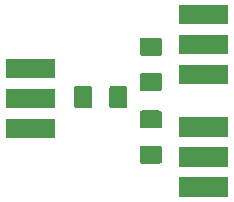
<source format=gts>
G04 #@! TF.GenerationSoftware,KiCad,Pcbnew,5.0.1*
G04 #@! TF.CreationDate,2018-12-27T15:12:00+01:00*
G04 #@! TF.ProjectId,6dBSplitter,36644253706C69747465722E6B696361,rev?*
G04 #@! TF.SameCoordinates,Original*
G04 #@! TF.FileFunction,Soldermask,Top*
G04 #@! TF.FilePolarity,Negative*
%FSLAX46Y46*%
G04 Gerber Fmt 4.6, Leading zero omitted, Abs format (unit mm)*
G04 Created by KiCad (PCBNEW 5.0.1) date Do 27 Dez 2018 15:12:00 CET*
%MOMM*%
%LPD*%
G01*
G04 APERTURE LIST*
%ADD10C,0.100000*%
G04 APERTURE END LIST*
D10*
G36*
X130988000Y-105588000D02*
X126822000Y-105588000D01*
X126822000Y-103962000D01*
X130988000Y-103962000D01*
X130988000Y-105588000D01*
X130988000Y-105588000D01*
G37*
G36*
X130988000Y-103048000D02*
X126822000Y-103048000D01*
X126822000Y-101422000D01*
X130988000Y-101422000D01*
X130988000Y-103048000D01*
X130988000Y-103048000D01*
G37*
G36*
X125235562Y-101275681D02*
X125270477Y-101286273D01*
X125302665Y-101303478D01*
X125330873Y-101326627D01*
X125354022Y-101354835D01*
X125371227Y-101387023D01*
X125381819Y-101421938D01*
X125386000Y-101464395D01*
X125386000Y-102605605D01*
X125381819Y-102648062D01*
X125371227Y-102682977D01*
X125354022Y-102715165D01*
X125330873Y-102743373D01*
X125302665Y-102766522D01*
X125270477Y-102783727D01*
X125235562Y-102794319D01*
X125193105Y-102798500D01*
X123726895Y-102798500D01*
X123684438Y-102794319D01*
X123649523Y-102783727D01*
X123617335Y-102766522D01*
X123589127Y-102743373D01*
X123565978Y-102715165D01*
X123548773Y-102682977D01*
X123538181Y-102648062D01*
X123534000Y-102605605D01*
X123534000Y-101464395D01*
X123538181Y-101421938D01*
X123548773Y-101387023D01*
X123565978Y-101354835D01*
X123589127Y-101326627D01*
X123617335Y-101303478D01*
X123649523Y-101286273D01*
X123684438Y-101275681D01*
X123726895Y-101271500D01*
X125193105Y-101271500D01*
X125235562Y-101275681D01*
X125235562Y-101275681D01*
G37*
G36*
X116383000Y-100635000D02*
X112217000Y-100635000D01*
X112217000Y-99009000D01*
X116383000Y-99009000D01*
X116383000Y-100635000D01*
X116383000Y-100635000D01*
G37*
G36*
X130988000Y-100508000D02*
X126822000Y-100508000D01*
X126822000Y-98882000D01*
X130988000Y-98882000D01*
X130988000Y-100508000D01*
X130988000Y-100508000D01*
G37*
G36*
X125235562Y-98300681D02*
X125270477Y-98311273D01*
X125302665Y-98328478D01*
X125330873Y-98351627D01*
X125354022Y-98379835D01*
X125371227Y-98412023D01*
X125381819Y-98446938D01*
X125386000Y-98489395D01*
X125386000Y-99630605D01*
X125381819Y-99673062D01*
X125371227Y-99707977D01*
X125354022Y-99740165D01*
X125330873Y-99768373D01*
X125302665Y-99791522D01*
X125270477Y-99808727D01*
X125235562Y-99819319D01*
X125193105Y-99823500D01*
X123726895Y-99823500D01*
X123684438Y-99819319D01*
X123649523Y-99808727D01*
X123617335Y-99791522D01*
X123589127Y-99768373D01*
X123565978Y-99740165D01*
X123548773Y-99707977D01*
X123538181Y-99673062D01*
X123534000Y-99630605D01*
X123534000Y-98489395D01*
X123538181Y-98446938D01*
X123548773Y-98412023D01*
X123565978Y-98379835D01*
X123589127Y-98351627D01*
X123617335Y-98328478D01*
X123649523Y-98311273D01*
X123684438Y-98300681D01*
X123726895Y-98296500D01*
X125193105Y-98296500D01*
X125235562Y-98300681D01*
X125235562Y-98300681D01*
G37*
G36*
X116383000Y-98095000D02*
X112217000Y-98095000D01*
X112217000Y-96469000D01*
X116383000Y-96469000D01*
X116383000Y-98095000D01*
X116383000Y-98095000D01*
G37*
G36*
X119358062Y-96233181D02*
X119392977Y-96243773D01*
X119425165Y-96260978D01*
X119453373Y-96284127D01*
X119476522Y-96312335D01*
X119493727Y-96344523D01*
X119504319Y-96379438D01*
X119508500Y-96421895D01*
X119508500Y-97888105D01*
X119504319Y-97930562D01*
X119493727Y-97965477D01*
X119476522Y-97997665D01*
X119453373Y-98025873D01*
X119425165Y-98049022D01*
X119392977Y-98066227D01*
X119358062Y-98076819D01*
X119315605Y-98081000D01*
X118174395Y-98081000D01*
X118131938Y-98076819D01*
X118097023Y-98066227D01*
X118064835Y-98049022D01*
X118036627Y-98025873D01*
X118013478Y-97997665D01*
X117996273Y-97965477D01*
X117985681Y-97930562D01*
X117981500Y-97888105D01*
X117981500Y-96421895D01*
X117985681Y-96379438D01*
X117996273Y-96344523D01*
X118013478Y-96312335D01*
X118036627Y-96284127D01*
X118064835Y-96260978D01*
X118097023Y-96243773D01*
X118131938Y-96233181D01*
X118174395Y-96229000D01*
X119315605Y-96229000D01*
X119358062Y-96233181D01*
X119358062Y-96233181D01*
G37*
G36*
X122333062Y-96233181D02*
X122367977Y-96243773D01*
X122400165Y-96260978D01*
X122428373Y-96284127D01*
X122451522Y-96312335D01*
X122468727Y-96344523D01*
X122479319Y-96379438D01*
X122483500Y-96421895D01*
X122483500Y-97888105D01*
X122479319Y-97930562D01*
X122468727Y-97965477D01*
X122451522Y-97997665D01*
X122428373Y-98025873D01*
X122400165Y-98049022D01*
X122367977Y-98066227D01*
X122333062Y-98076819D01*
X122290605Y-98081000D01*
X121149395Y-98081000D01*
X121106938Y-98076819D01*
X121072023Y-98066227D01*
X121039835Y-98049022D01*
X121011627Y-98025873D01*
X120988478Y-97997665D01*
X120971273Y-97965477D01*
X120960681Y-97930562D01*
X120956500Y-97888105D01*
X120956500Y-96421895D01*
X120960681Y-96379438D01*
X120971273Y-96344523D01*
X120988478Y-96312335D01*
X121011627Y-96284127D01*
X121039835Y-96260978D01*
X121072023Y-96243773D01*
X121106938Y-96233181D01*
X121149395Y-96229000D01*
X122290605Y-96229000D01*
X122333062Y-96233181D01*
X122333062Y-96233181D01*
G37*
G36*
X125235562Y-95125681D02*
X125270477Y-95136273D01*
X125302665Y-95153478D01*
X125330873Y-95176627D01*
X125354022Y-95204835D01*
X125371227Y-95237023D01*
X125381819Y-95271938D01*
X125386000Y-95314395D01*
X125386000Y-96455605D01*
X125381819Y-96498062D01*
X125371227Y-96532977D01*
X125354022Y-96565165D01*
X125330873Y-96593373D01*
X125302665Y-96616522D01*
X125270477Y-96633727D01*
X125235562Y-96644319D01*
X125193105Y-96648500D01*
X123726895Y-96648500D01*
X123684438Y-96644319D01*
X123649523Y-96633727D01*
X123617335Y-96616522D01*
X123589127Y-96593373D01*
X123565978Y-96565165D01*
X123548773Y-96532977D01*
X123538181Y-96498062D01*
X123534000Y-96455605D01*
X123534000Y-95314395D01*
X123538181Y-95271938D01*
X123548773Y-95237023D01*
X123565978Y-95204835D01*
X123589127Y-95176627D01*
X123617335Y-95153478D01*
X123649523Y-95136273D01*
X123684438Y-95125681D01*
X123726895Y-95121500D01*
X125193105Y-95121500D01*
X125235562Y-95125681D01*
X125235562Y-95125681D01*
G37*
G36*
X130988000Y-96063000D02*
X126822000Y-96063000D01*
X126822000Y-94437000D01*
X130988000Y-94437000D01*
X130988000Y-96063000D01*
X130988000Y-96063000D01*
G37*
G36*
X116383000Y-95555000D02*
X112217000Y-95555000D01*
X112217000Y-93929000D01*
X116383000Y-93929000D01*
X116383000Y-95555000D01*
X116383000Y-95555000D01*
G37*
G36*
X125235562Y-92150681D02*
X125270477Y-92161273D01*
X125302665Y-92178478D01*
X125330873Y-92201627D01*
X125354022Y-92229835D01*
X125371227Y-92262023D01*
X125381819Y-92296938D01*
X125386000Y-92339395D01*
X125386000Y-93480605D01*
X125381819Y-93523062D01*
X125371227Y-93557977D01*
X125354022Y-93590165D01*
X125330873Y-93618373D01*
X125302665Y-93641522D01*
X125270477Y-93658727D01*
X125235562Y-93669319D01*
X125193105Y-93673500D01*
X123726895Y-93673500D01*
X123684438Y-93669319D01*
X123649523Y-93658727D01*
X123617335Y-93641522D01*
X123589127Y-93618373D01*
X123565978Y-93590165D01*
X123548773Y-93557977D01*
X123538181Y-93523062D01*
X123534000Y-93480605D01*
X123534000Y-92339395D01*
X123538181Y-92296938D01*
X123548773Y-92262023D01*
X123565978Y-92229835D01*
X123589127Y-92201627D01*
X123617335Y-92178478D01*
X123649523Y-92161273D01*
X123684438Y-92150681D01*
X123726895Y-92146500D01*
X125193105Y-92146500D01*
X125235562Y-92150681D01*
X125235562Y-92150681D01*
G37*
G36*
X130988000Y-93523000D02*
X126822000Y-93523000D01*
X126822000Y-91897000D01*
X130988000Y-91897000D01*
X130988000Y-93523000D01*
X130988000Y-93523000D01*
G37*
G36*
X130988000Y-90983000D02*
X126822000Y-90983000D01*
X126822000Y-89357000D01*
X130988000Y-89357000D01*
X130988000Y-90983000D01*
X130988000Y-90983000D01*
G37*
M02*

</source>
